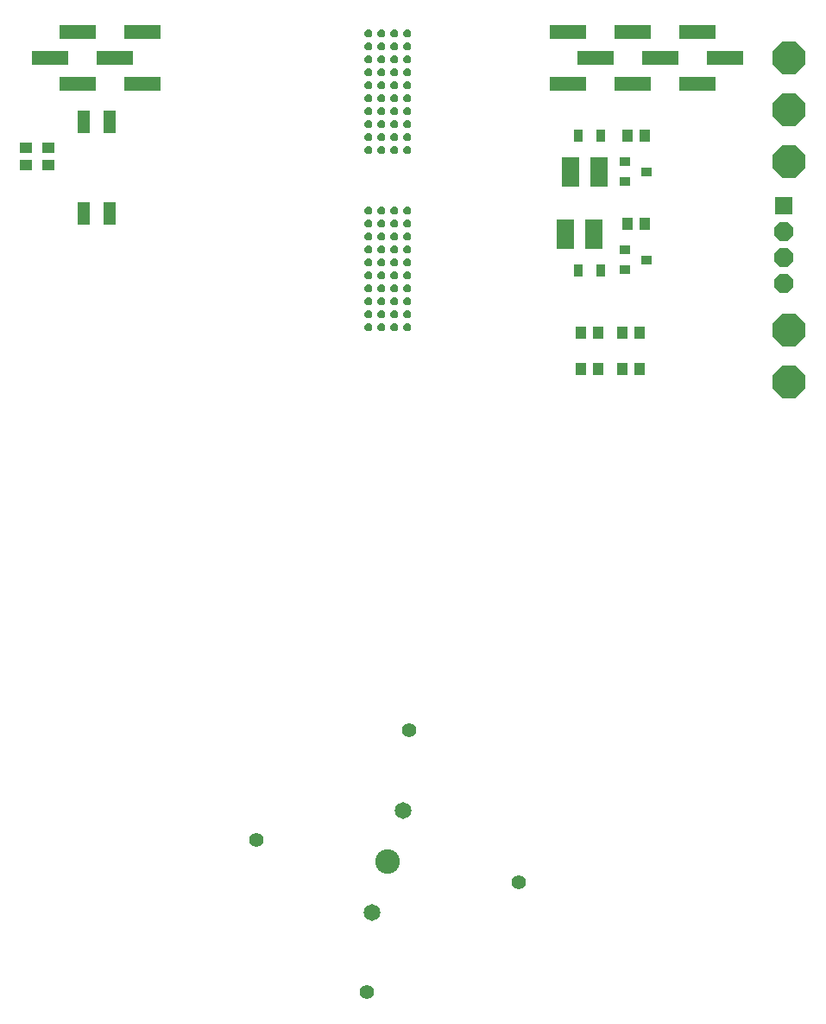
<source format=gts>
G75*
%MOIN*%
%OFA0B0*%
%FSLAX25Y25*%
%IPPOS*%
%LPD*%
%AMOC8*
5,1,8,0,0,1.08239X$1,22.5*
%
%ADD10C,0.05600*%
%ADD11C,0.09500*%
%ADD12C,0.06506*%
%ADD13OC8,0.03000*%
%ADD14R,0.04900X0.08500*%
%ADD15R,0.04800X0.04100*%
%ADD16R,0.07100X0.11600*%
%ADD17OC8,0.07096*%
%ADD18R,0.07096X0.07096*%
%ADD19R,0.13986X0.05600*%
%ADD20R,0.04100X0.04800*%
%ADD21R,0.03600X0.04600*%
%ADD22R,0.04143X0.03750*%
%ADD23OC8,0.12411*%
D10*
X0131775Y0174707D03*
X0174250Y0116027D03*
X0232930Y0158502D03*
X0190455Y0217182D03*
D11*
X0182352Y0166604D03*
D12*
X0188258Y0186289D03*
X0176447Y0146919D03*
D13*
X0174852Y0372451D03*
X0174852Y0377451D03*
X0174852Y0382451D03*
X0174852Y0387451D03*
X0174852Y0392451D03*
X0174852Y0397451D03*
X0174852Y0402451D03*
X0174852Y0407451D03*
X0174852Y0412451D03*
X0174852Y0417451D03*
X0179852Y0417451D03*
X0184852Y0417451D03*
X0184852Y0412451D03*
X0179852Y0412451D03*
X0179852Y0407451D03*
X0184852Y0407451D03*
X0184852Y0402451D03*
X0179852Y0402451D03*
X0179852Y0397451D03*
X0184852Y0397451D03*
X0184852Y0392451D03*
X0179852Y0392451D03*
X0179852Y0387451D03*
X0184852Y0387451D03*
X0184852Y0382451D03*
X0179852Y0382451D03*
X0179852Y0377451D03*
X0184852Y0377451D03*
X0184852Y0372451D03*
X0179852Y0372451D03*
X0189852Y0372451D03*
X0189852Y0377451D03*
X0189852Y0382451D03*
X0189852Y0387451D03*
X0189852Y0392451D03*
X0189852Y0397451D03*
X0189852Y0402451D03*
X0189852Y0407451D03*
X0189852Y0412451D03*
X0189852Y0417451D03*
X0189852Y0440967D03*
X0189852Y0445967D03*
X0189852Y0450967D03*
X0189852Y0455967D03*
X0189852Y0460967D03*
X0189852Y0465967D03*
X0189852Y0470967D03*
X0189852Y0475967D03*
X0189852Y0480967D03*
X0189852Y0485967D03*
X0184852Y0485967D03*
X0179852Y0485967D03*
X0179852Y0480967D03*
X0179852Y0475967D03*
X0179852Y0470967D03*
X0179852Y0465967D03*
X0179852Y0460967D03*
X0179852Y0455967D03*
X0179852Y0450967D03*
X0179852Y0445967D03*
X0179852Y0440967D03*
X0184852Y0440967D03*
X0184852Y0445967D03*
X0184852Y0450967D03*
X0184852Y0455967D03*
X0184852Y0460967D03*
X0184852Y0465967D03*
X0184852Y0470967D03*
X0184852Y0475967D03*
X0184852Y0480967D03*
X0174852Y0480967D03*
X0174852Y0475967D03*
X0174852Y0470967D03*
X0174852Y0465967D03*
X0174852Y0460967D03*
X0174852Y0455967D03*
X0174852Y0450967D03*
X0174852Y0445967D03*
X0174852Y0440967D03*
X0174852Y0485967D03*
D14*
X0074852Y0451804D03*
X0064852Y0451804D03*
X0064852Y0416404D03*
X0074852Y0416404D03*
D15*
X0051248Y0435015D03*
X0051248Y0441815D03*
X0042618Y0441815D03*
X0042618Y0435015D03*
D16*
X0250852Y0408604D03*
X0261852Y0408604D03*
X0263852Y0432604D03*
X0252852Y0432604D03*
D17*
X0335352Y0409604D03*
X0335352Y0399604D03*
X0335352Y0389604D03*
D18*
X0335352Y0419604D03*
D19*
X0301959Y0466604D03*
X0312746Y0476604D03*
X0301959Y0486604D03*
X0287746Y0476604D03*
X0276959Y0466604D03*
X0262746Y0476604D03*
X0251959Y0466604D03*
X0251959Y0486604D03*
X0276959Y0486604D03*
X0087746Y0486604D03*
X0076959Y0476604D03*
X0087746Y0466604D03*
X0062746Y0466604D03*
X0051959Y0476604D03*
X0062746Y0486604D03*
D20*
X0256952Y0370604D03*
X0263752Y0370604D03*
X0272952Y0370604D03*
X0279752Y0370604D03*
X0279752Y0356604D03*
X0272952Y0356604D03*
X0263752Y0356604D03*
X0256952Y0356604D03*
X0274952Y0412604D03*
X0281752Y0412604D03*
X0281752Y0446604D03*
X0274952Y0446604D03*
D21*
X0264752Y0446604D03*
X0255952Y0446604D03*
X0255952Y0394604D03*
X0264752Y0394604D03*
D22*
X0274085Y0394864D03*
X0274085Y0402344D03*
X0282352Y0398604D03*
X0274085Y0428864D03*
X0274085Y0436344D03*
X0282352Y0432604D03*
D23*
X0337352Y0436604D03*
X0337352Y0456604D03*
X0337352Y0476604D03*
X0337352Y0371604D03*
X0337352Y0351604D03*
M02*

</source>
